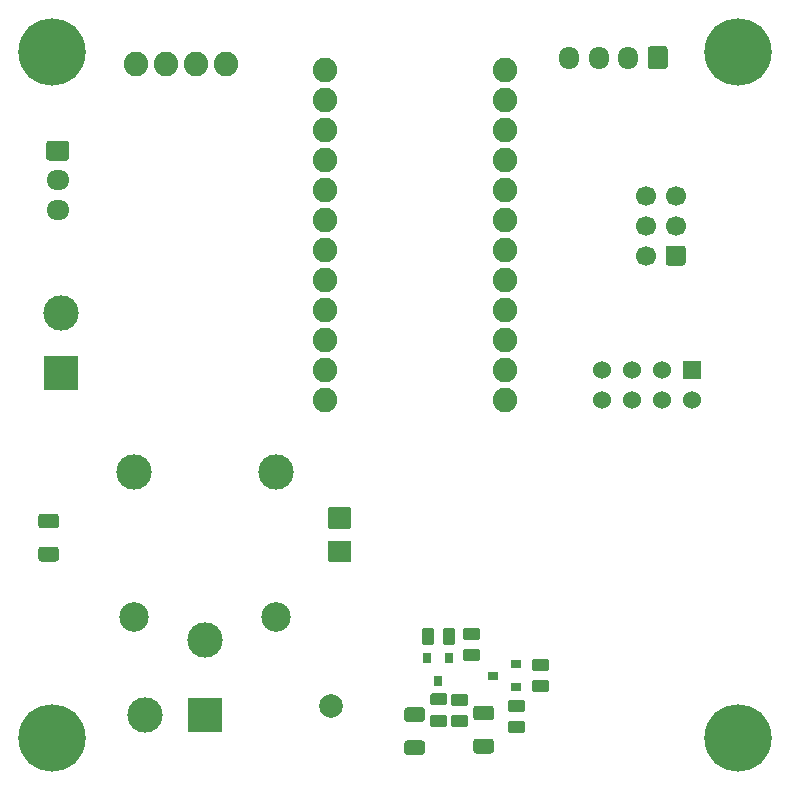
<source format=gbr>
%TF.GenerationSoftware,KiCad,Pcbnew,5.1.9+dfsg1-1*%
%TF.CreationDate,2021-08-27T09:59:16+02:00*%
%TF.ProjectId,ws2812b_ctrl_RF,77733238-3132-4625-9f63-74726c5f5246,rev?*%
%TF.SameCoordinates,Original*%
%TF.FileFunction,Soldermask,Top*%
%TF.FilePolarity,Negative*%
%FSLAX46Y46*%
G04 Gerber Fmt 4.6, Leading zero omitted, Abs format (unit mm)*
G04 Created by KiCad (PCBNEW 5.1.9+dfsg1-1) date 2021-08-27 09:59:16*
%MOMM*%
%LPD*%
G01*
G04 APERTURE LIST*
%ADD10C,2.000000*%
%ADD11C,2.082800*%
%ADD12C,1.700000*%
%ADD13O,1.700000X1.950000*%
%ADD14O,1.950000X1.700000*%
%ADD15R,0.800000X0.900000*%
%ADD16C,3.600000*%
%ADD17C,5.700000*%
%ADD18C,3.000000*%
%ADD19R,3.000000X3.000000*%
%ADD20C,2.500000*%
%ADD21R,1.524000X1.524000*%
%ADD22C,1.524000*%
%ADD23R,0.900000X0.800000*%
G04 APERTURE END LIST*
D10*
%TO.C,J3*%
X97028000Y-128778000D03*
%TD*%
D11*
%TO.C,B1*%
X111760000Y-74930000D03*
X111760000Y-77470000D03*
X111760000Y-80010000D03*
X111760000Y-82550000D03*
X111760000Y-85090000D03*
X111760000Y-87630000D03*
X111760000Y-90170000D03*
X111760000Y-92710000D03*
X111760000Y-95250000D03*
X111760000Y-97790000D03*
X111760000Y-100330000D03*
X111760000Y-102870000D03*
X96520000Y-102870000D03*
X96520000Y-100330000D03*
X96520000Y-97790000D03*
X96520000Y-95250000D03*
X96520000Y-92710000D03*
X96520000Y-90170000D03*
X96520000Y-87630000D03*
X96520000Y-85090000D03*
X96520000Y-82550000D03*
X96520000Y-80010000D03*
X96520000Y-77470000D03*
X96520000Y-74930000D03*
%TD*%
%TO.C,ISP1*%
G36*
G01*
X127088000Y-90078000D02*
X127088000Y-91278000D01*
G75*
G02*
X126838000Y-91528000I-250000J0D01*
G01*
X125638000Y-91528000D01*
G75*
G02*
X125388000Y-91278000I0J250000D01*
G01*
X125388000Y-90078000D01*
G75*
G02*
X125638000Y-89828000I250000J0D01*
G01*
X126838000Y-89828000D01*
G75*
G02*
X127088000Y-90078000I0J-250000D01*
G01*
G37*
D12*
X126238000Y-88138000D03*
X126238000Y-85598000D03*
X123698000Y-90678000D03*
X123698000Y-88138000D03*
X123698000Y-85598000D03*
%TD*%
%TO.C,J2*%
G36*
G01*
X125564000Y-73189000D02*
X125564000Y-74639000D01*
G75*
G02*
X125314000Y-74889000I-250000J0D01*
G01*
X124114000Y-74889000D01*
G75*
G02*
X123864000Y-74639000I0J250000D01*
G01*
X123864000Y-73189000D01*
G75*
G02*
X124114000Y-72939000I250000J0D01*
G01*
X125314000Y-72939000D01*
G75*
G02*
X125564000Y-73189000I0J-250000D01*
G01*
G37*
D13*
X122214000Y-73914000D03*
X119714000Y-73914000D03*
X117214000Y-73914000D03*
%TD*%
%TO.C,J1*%
G36*
G01*
X73189000Y-80938000D02*
X74639000Y-80938000D01*
G75*
G02*
X74889000Y-81188000I0J-250000D01*
G01*
X74889000Y-82388000D01*
G75*
G02*
X74639000Y-82638000I-250000J0D01*
G01*
X73189000Y-82638000D01*
G75*
G02*
X72939000Y-82388000I0J250000D01*
G01*
X72939000Y-81188000D01*
G75*
G02*
X73189000Y-80938000I250000J0D01*
G01*
G37*
D14*
X73914000Y-84288000D03*
X73914000Y-86788000D03*
%TD*%
D11*
%TO.C,RS485*%
X80518000Y-74422000D03*
X83058000Y-74422000D03*
X85598000Y-74422000D03*
X88138000Y-74422000D03*
%TD*%
%TO.C,R1*%
G36*
G01*
X112176560Y-130075940D02*
X113375440Y-130075940D01*
G75*
G02*
X113477040Y-130177540I0J-101600D01*
G01*
X113477040Y-130975100D01*
G75*
G02*
X113375440Y-131076700I-101600J0D01*
G01*
X112176560Y-131076700D01*
G75*
G02*
X112074960Y-130975100I0J101600D01*
G01*
X112074960Y-130177540D01*
G75*
G02*
X112176560Y-130075940I101600J0D01*
G01*
G37*
G36*
G01*
X112176560Y-128277620D02*
X113375440Y-128277620D01*
G75*
G02*
X113477040Y-128379220I0J-101600D01*
G01*
X113477040Y-129176780D01*
G75*
G02*
X113375440Y-129278380I-101600J0D01*
G01*
X112176560Y-129278380D01*
G75*
G02*
X112074960Y-129176780I0J101600D01*
G01*
X112074960Y-128379220D01*
G75*
G02*
X112176560Y-128277620I101600J0D01*
G01*
G37*
%TD*%
%TO.C,R15*%
G36*
G01*
X114208560Y-126636780D02*
X115407440Y-126636780D01*
G75*
G02*
X115509040Y-126738380I0J-101600D01*
G01*
X115509040Y-127535940D01*
G75*
G02*
X115407440Y-127637540I-101600J0D01*
G01*
X114208560Y-127637540D01*
G75*
G02*
X114106960Y-127535940I0J101600D01*
G01*
X114106960Y-126738380D01*
G75*
G02*
X114208560Y-126636780I101600J0D01*
G01*
G37*
G36*
G01*
X114208560Y-124838460D02*
X115407440Y-124838460D01*
G75*
G02*
X115509040Y-124940060I0J-101600D01*
G01*
X115509040Y-125737620D01*
G75*
G02*
X115407440Y-125839220I-101600J0D01*
G01*
X114208560Y-125839220D01*
G75*
G02*
X114106960Y-125737620I0J101600D01*
G01*
X114106960Y-124940060D01*
G75*
G02*
X114208560Y-124838460I101600J0D01*
G01*
G37*
%TD*%
%TO.C,R12*%
G36*
G01*
X105773220Y-122336560D02*
X105773220Y-123535440D01*
G75*
G02*
X105671620Y-123637040I-101600J0D01*
G01*
X104874060Y-123637040D01*
G75*
G02*
X104772460Y-123535440I0J101600D01*
G01*
X104772460Y-122336560D01*
G75*
G02*
X104874060Y-122234960I101600J0D01*
G01*
X105671620Y-122234960D01*
G75*
G02*
X105773220Y-122336560I0J-101600D01*
G01*
G37*
G36*
G01*
X107571540Y-122336560D02*
X107571540Y-123535440D01*
G75*
G02*
X107469940Y-123637040I-101600J0D01*
G01*
X106672380Y-123637040D01*
G75*
G02*
X106570780Y-123535440I0J101600D01*
G01*
X106570780Y-122336560D01*
G75*
G02*
X106672380Y-122234960I101600J0D01*
G01*
X107469940Y-122234960D01*
G75*
G02*
X107571540Y-122336560I0J-101600D01*
G01*
G37*
%TD*%
%TO.C,R11*%
G36*
G01*
X108366560Y-122181620D02*
X109565440Y-122181620D01*
G75*
G02*
X109667040Y-122283220I0J-101600D01*
G01*
X109667040Y-123080780D01*
G75*
G02*
X109565440Y-123182380I-101600J0D01*
G01*
X108366560Y-123182380D01*
G75*
G02*
X108264960Y-123080780I0J101600D01*
G01*
X108264960Y-122283220D01*
G75*
G02*
X108366560Y-122181620I101600J0D01*
G01*
G37*
G36*
G01*
X108366560Y-123979940D02*
X109565440Y-123979940D01*
G75*
G02*
X109667040Y-124081540I0J-101600D01*
G01*
X109667040Y-124879100D01*
G75*
G02*
X109565440Y-124980700I-101600J0D01*
G01*
X108366560Y-124980700D01*
G75*
G02*
X108264960Y-124879100I0J101600D01*
G01*
X108264960Y-124081540D01*
G75*
G02*
X108366560Y-123979940I101600J0D01*
G01*
G37*
%TD*%
%TO.C,R10*%
G36*
G01*
X106771440Y-128750060D02*
X105572560Y-128750060D01*
G75*
G02*
X105470960Y-128648460I0J101600D01*
G01*
X105470960Y-127850900D01*
G75*
G02*
X105572560Y-127749300I101600J0D01*
G01*
X106771440Y-127749300D01*
G75*
G02*
X106873040Y-127850900I0J-101600D01*
G01*
X106873040Y-128648460D01*
G75*
G02*
X106771440Y-128750060I-101600J0D01*
G01*
G37*
G36*
G01*
X106771440Y-130548380D02*
X105572560Y-130548380D01*
G75*
G02*
X105470960Y-130446780I0J101600D01*
G01*
X105470960Y-129649220D01*
G75*
G02*
X105572560Y-129547620I101600J0D01*
G01*
X106771440Y-129547620D01*
G75*
G02*
X106873040Y-129649220I0J-101600D01*
G01*
X106873040Y-130446780D01*
G75*
G02*
X106771440Y-130548380I-101600J0D01*
G01*
G37*
%TD*%
D15*
%TO.C,Q3*%
X106106000Y-126714000D03*
X105156000Y-124714000D03*
X107056000Y-124714000D03*
%TD*%
%TO.C,DBG1*%
G36*
G01*
X103515000Y-131715000D02*
X104765000Y-131715000D01*
G75*
G02*
X105015000Y-131965000I0J-250000D01*
G01*
X105015000Y-132715000D01*
G75*
G02*
X104765000Y-132965000I-250000J0D01*
G01*
X103515000Y-132965000D01*
G75*
G02*
X103265000Y-132715000I0J250000D01*
G01*
X103265000Y-131965000D01*
G75*
G02*
X103515000Y-131715000I250000J0D01*
G01*
G37*
G36*
G01*
X103515000Y-128915000D02*
X104765000Y-128915000D01*
G75*
G02*
X105015000Y-129165000I0J-250000D01*
G01*
X105015000Y-129915000D01*
G75*
G02*
X104765000Y-130165000I-250000J0D01*
G01*
X103515000Y-130165000D01*
G75*
G02*
X103265000Y-129915000I0J250000D01*
G01*
X103265000Y-129165000D01*
G75*
G02*
X103515000Y-128915000I250000J0D01*
G01*
G37*
%TD*%
D16*
%TO.C,H4*%
X73479000Y-131479000D03*
D17*
X73479000Y-131479000D03*
%TD*%
D16*
%TO.C,H3*%
X131479000Y-131479000D03*
D17*
X131479000Y-131479000D03*
%TD*%
D16*
%TO.C,H2*%
X131479000Y-73479000D03*
D17*
X131479000Y-73479000D03*
%TD*%
D16*
%TO.C,H1*%
X73479000Y-73479000D03*
D17*
X73479000Y-73479000D03*
%TD*%
D18*
%TO.C,WS2812B1*%
X81280000Y-129540000D03*
D19*
X86360000Y-129540000D03*
%TD*%
D18*
%TO.C,SUPPLY1*%
X74168000Y-95504000D03*
D19*
X74168000Y-100584000D03*
%TD*%
%TO.C,C2*%
G36*
G01*
X98689160Y-116599970D02*
X96890840Y-116599970D01*
G75*
G02*
X96789240Y-116498370I0J101600D01*
G01*
X96789240Y-114900710D01*
G75*
G02*
X96890840Y-114799110I101600J0D01*
G01*
X98689160Y-114799110D01*
G75*
G02*
X98790760Y-114900710I0J-101600D01*
G01*
X98790760Y-116498370D01*
G75*
G02*
X98689160Y-116599970I-101600J0D01*
G01*
G37*
G36*
G01*
X98689160Y-113800890D02*
X96890840Y-113800890D01*
G75*
G02*
X96789240Y-113699290I0J101600D01*
G01*
X96789240Y-112101630D01*
G75*
G02*
X96890840Y-112000030I101600J0D01*
G01*
X98689160Y-112000030D01*
G75*
G02*
X98790760Y-112101630I0J-101600D01*
G01*
X98790760Y-113699290D01*
G75*
G02*
X98689160Y-113800890I-101600J0D01*
G01*
G37*
%TD*%
D20*
%TO.C,K1*%
X92410000Y-121240000D03*
D18*
X92410000Y-109040000D03*
X80360000Y-108990000D03*
D20*
X80410000Y-121240000D03*
D18*
X86360000Y-123190000D03*
%TD*%
D21*
%TO.C,nRF24L1*%
X127635000Y-100330000D03*
D22*
X127635000Y-102870000D03*
X125095000Y-100330000D03*
X125095000Y-102870000D03*
X122555000Y-100330000D03*
X122555000Y-102870000D03*
X120015000Y-100330000D03*
X120015000Y-102870000D03*
%TD*%
D23*
%TO.C,Q1*%
X110744000Y-126238000D03*
X112744000Y-125288000D03*
X112744000Y-127188000D03*
%TD*%
%TO.C,R3*%
G36*
G01*
X107350560Y-127769620D02*
X108549440Y-127769620D01*
G75*
G02*
X108651040Y-127871220I0J-101600D01*
G01*
X108651040Y-128668780D01*
G75*
G02*
X108549440Y-128770380I-101600J0D01*
G01*
X107350560Y-128770380D01*
G75*
G02*
X107248960Y-128668780I0J101600D01*
G01*
X107248960Y-127871220D01*
G75*
G02*
X107350560Y-127769620I101600J0D01*
G01*
G37*
G36*
G01*
X107350560Y-129567940D02*
X108549440Y-129567940D01*
G75*
G02*
X108651040Y-129669540I0J-101600D01*
G01*
X108651040Y-130467100D01*
G75*
G02*
X108549440Y-130568700I-101600J0D01*
G01*
X107350560Y-130568700D01*
G75*
G02*
X107248960Y-130467100I0J101600D01*
G01*
X107248960Y-129669540D01*
G75*
G02*
X107350560Y-129567940I101600J0D01*
G01*
G37*
%TD*%
%TO.C,RLY1*%
G36*
G01*
X72527000Y-115329000D02*
X73777000Y-115329000D01*
G75*
G02*
X74027000Y-115579000I0J-250000D01*
G01*
X74027000Y-116329000D01*
G75*
G02*
X73777000Y-116579000I-250000J0D01*
G01*
X72527000Y-116579000D01*
G75*
G02*
X72277000Y-116329000I0J250000D01*
G01*
X72277000Y-115579000D01*
G75*
G02*
X72527000Y-115329000I250000J0D01*
G01*
G37*
G36*
G01*
X72527000Y-112529000D02*
X73777000Y-112529000D01*
G75*
G02*
X74027000Y-112779000I0J-250000D01*
G01*
X74027000Y-113529000D01*
G75*
G02*
X73777000Y-113779000I-250000J0D01*
G01*
X72527000Y-113779000D01*
G75*
G02*
X72277000Y-113529000I0J250000D01*
G01*
X72277000Y-112779000D01*
G75*
G02*
X72527000Y-112529000I250000J0D01*
G01*
G37*
%TD*%
%TO.C,~SS1*%
G36*
G01*
X110607000Y-132835000D02*
X109357000Y-132835000D01*
G75*
G02*
X109107000Y-132585000I0J250000D01*
G01*
X109107000Y-131835000D01*
G75*
G02*
X109357000Y-131585000I250000J0D01*
G01*
X110607000Y-131585000D01*
G75*
G02*
X110857000Y-131835000I0J-250000D01*
G01*
X110857000Y-132585000D01*
G75*
G02*
X110607000Y-132835000I-250000J0D01*
G01*
G37*
G36*
G01*
X110607000Y-130035000D02*
X109357000Y-130035000D01*
G75*
G02*
X109107000Y-129785000I0J250000D01*
G01*
X109107000Y-129035000D01*
G75*
G02*
X109357000Y-128785000I250000J0D01*
G01*
X110607000Y-128785000D01*
G75*
G02*
X110857000Y-129035000I0J-250000D01*
G01*
X110857000Y-129785000D01*
G75*
G02*
X110607000Y-130035000I-250000J0D01*
G01*
G37*
%TD*%
M02*

</source>
